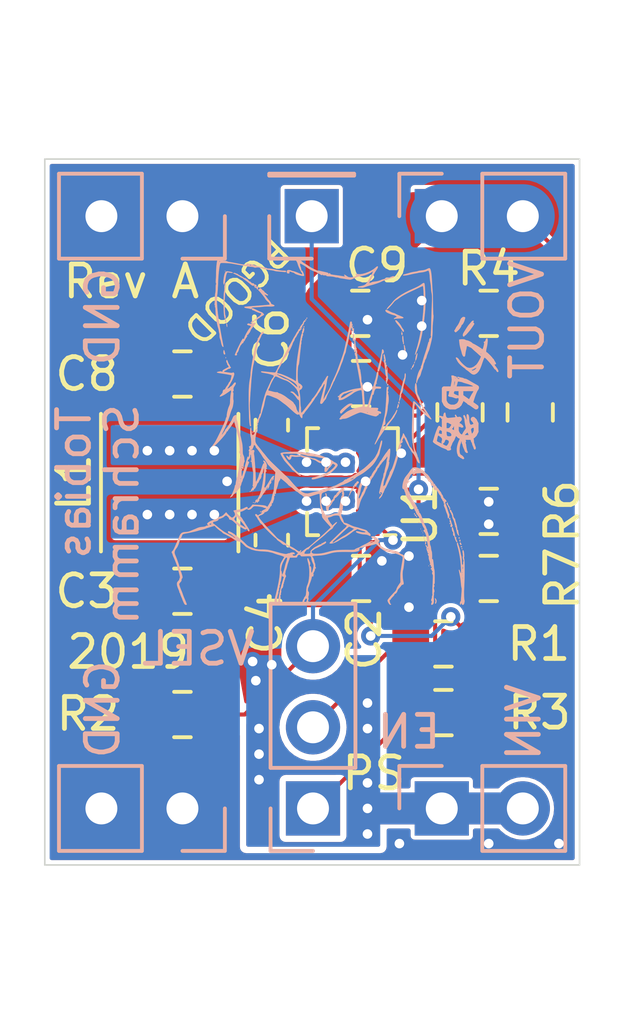
<source format=kicad_pcb>
(kicad_pcb (version 20171130) (host pcbnew 5.1.2)
  (layers (0 F.Cu signal) (31 B.Cu signal) (34 B.Paste user) (35 F.Paste user) (36 B.SilkS user) (37 F.SilkS user) (38 B.Mask user) (39 F.Mask user) (44 Edge.Cuts user))
  (net 0 "")
  (net 1 GND)
  (net 2 /VIN)
  (net 3 "Net-(C5-Pad2)")
  (net 4 /VOUT)
  (net 5 /VSEL)
  (net 6 /EN)
  (net 7 /PS)
  (net 8 "Net-(J4-Pad1)")
  (net 9 "Net-(L1-Pad2)")
  (net 10 "Net-(L1-Pad1)")
  (net 11 "Net-(R4-Pad2)")
  (net 12 /FB)
  (module tps63070:catboy (layer B.Cu) (at 29.184 28.54 180)
    (fp_text reference G*** hide)
    (fp_text value LOGO hide)
  )
  (module tps63070:VQFN-HR-15 (layer F.Cu) (at 29.714 30.41 180)
    (fp_text reference U1 (at -2.12 -1.03 90) (layer F.SilkS))
    (fp_text value tps63070)
    (pad 3 smd roundrect (at -1.15 0.25 270) (size 0.25 0.6) (layers F.Cu F.Paste F.Mask) (roundrect_rratio 0.1) (net 3 "Net-(C5-Pad2)"))
    (pad 4 smd roundrect (at -1.15 0.75 270) (size 0.25 0.6) (layers F.Cu F.Paste F.Mask) (roundrect_rratio 0.1) (net 1 GND))
    (pad 2 smd roundrect (at -1.15 -0.25 90) (size 0.25 0.6) (layers F.Cu F.Paste F.Mask) (roundrect_rratio 0.1) (net 8 "Net-(J4-Pad1)"))
    (pad 1 smd roundrect (at -1.15 -0.75 90) (size 0.25 0.6) (layers F.Cu F.Paste F.Mask) (roundrect_rratio 0.1) (net 7 /PS))
    (pad 6 smd roundrect (at -0.225 1.4 180) (size 0.25 0.6) (layers F.Cu F.Paste F.Mask) (roundrect_rratio 0.1) (net 11 "Net-(R4-Pad2)"))
    (pad 5 smd roundrect (at -0.725 1.4 180) (size 0.25 0.6) (layers F.Cu F.Paste F.Mask) (roundrect_rratio 0.1) (net 12 /FB))
    (pad 14 smd roundrect (at -0.225 -1.4) (size 0.25 0.6) (layers F.Cu F.Paste F.Mask) (roundrect_rratio 0.1) (net 6 /EN))
    (pad 15 smd roundrect (at -0.725 -1.4) (size 0.25 0.6) (layers F.Cu F.Paste F.Mask) (roundrect_rratio 0.1) (net 5 /VSEL))
    (pad 7 smd roundrect (at 0.525 1.4) (size 0.85 0.7) (layers F.Cu) (roundrect_rratio 0.1) (net 4 /VOUT))
    (pad 12 smd roundrect (at 0.525 -1.4 180) (size 0.85 0.7) (layers F.Cu) (roundrect_rratio 0.1) (net 2 /VIN))
    (pad 9 smd roundrect (at 0.775 0.5 180) (size 1.45 0.35) (layers F.Cu) (roundrect_rratio 0.1) (net 9 "Net-(L1-Pad2)"))
    (pad 11 smd roundrect (at 0.775 -0.5 180) (size 1.45 0.35) (layers F.Cu) (roundrect_rratio 0.1) (net 10 "Net-(L1-Pad1)"))
    (pad 10 smd roundrect (at 0.6 0 180) (size 1.8 0.35) (layers F.Cu) (roundrect_rratio 0.1) (net 1 GND))
  )
  (module Resistor_SMD:R_0805_2012Metric_Pad1.15x1.40mm_HandSolder (layer F.Cu) (at 33.984 33.44 180)
    (fp_text reference R7 (at -2.3 0 90) (layer F.SilkS))
    (fp_text value R)
    (pad 2 smd roundrect (at 1.025 0 180) (size 1.15 1.4) (layers F.Cu F.Paste F.Mask) (roundrect_rratio 0.217391) (net 8 "Net-(J4-Pad1)"))
    (pad 1 smd roundrect (at -1.025 0 180) (size 1.15 1.4) (layers F.Cu F.Paste F.Mask) (roundrect_rratio 0.217391) (net 4 /VOUT))
  )
  (module Resistor_SMD:R_0805_2012Metric_Pad1.15x1.40mm_HandSolder (layer F.Cu) (at 33.984 31.34)
    (fp_text reference R6 (at 2.3 0 90) (layer F.SilkS))
    (fp_text value R)
    (pad 2 smd roundrect (at 1.025 0) (size 1.15 1.4) (layers F.Cu F.Paste F.Mask) (roundrect_rratio 0.217391) (net 1 GND))
    (pad 1 smd roundrect (at -1.025 0) (size 1.15 1.4) (layers F.Cu F.Paste F.Mask) (roundrect_rratio 0.217391) (net 12 /FB))
  )
  (module Resistor_SMD:R_0805_2012Metric_Pad1.15x1.40mm_HandSolder (layer F.Cu) (at 35.284 28.24 90)
    (fp_text reference R5 (at 0 -2.15 90) (layer B.SilkS) (effects (justify mirror)))
    (fp_text value R)
    (pad 2 smd roundrect (at 1.025 0 90) (size 1.15 1.4) (layers F.Cu F.Paste F.Mask) (roundrect_rratio 0.217391) (net 12 /FB))
    (pad 1 smd roundrect (at -1.025 0 90) (size 1.15 1.4) (layers F.Cu F.Paste F.Mask) (roundrect_rratio 0.217391) (net 4 /VOUT))
  )
  (module Resistor_SMD:R_0805_2012Metric_Pad1.15x1.40mm_HandSolder (layer F.Cu) (at 33.984 25.14 180)
    (fp_text reference R4 (at 0 1.4) (layer F.SilkS))
    (fp_text value R)
    (pad 2 smd roundrect (at 1.025 0 180) (size 1.15 1.4) (layers F.Cu F.Paste F.Mask) (roundrect_rratio 0.217391) (net 11 "Net-(R4-Pad2)"))
    (pad 1 smd roundrect (at -1.025 0 180) (size 1.15 1.4) (layers F.Cu F.Paste F.Mask) (roundrect_rratio 0.217391) (net 12 /FB))
  )
  (module Resistor_SMD:R_0805_2012Metric_Pad1.15x1.40mm_HandSolder (layer F.Cu) (at 32.564 37.64 180)
    (fp_text reference R3 (at -3.01 0) (layer F.SilkS))
    (fp_text value R)
    (pad 2 smd roundrect (at 1.025 0 180) (size 1.15 1.4) (layers F.Cu F.Paste F.Mask) (roundrect_rratio 0.217391) (net 7 /PS))
    (pad 1 smd roundrect (at -1.025 0 180) (size 1.15 1.4) (layers F.Cu F.Paste F.Mask) (roundrect_rratio 0.217391) (net 2 /VIN))
  )
  (module Resistor_SMD:R_0805_2012Metric_Pad1.15x1.40mm_HandSolder (layer F.Cu) (at 24.384 37.7 180)
    (fp_text reference R2 (at 2.96 0.02) (layer F.SilkS))
    (fp_text value R)
    (pad 2 smd roundrect (at 1.025 0 180) (size 1.15 1.4) (layers F.Cu F.Paste F.Mask) (roundrect_rratio 0.217391) (net 1 GND))
    (pad 1 smd roundrect (at -1.025 0 180) (size 1.15 1.4) (layers F.Cu F.Paste F.Mask) (roundrect_rratio 0.217391) (net 5 /VSEL))
  )
  (module Resistor_SMD:R_0805_2012Metric_Pad1.15x1.40mm_HandSolder (layer F.Cu) (at 32.564 35.49 180)
    (fp_text reference R1 (at -2.99 0) (layer F.SilkS))
    (fp_text value R)
    (pad 2 smd roundrect (at 1.025 0 180) (size 1.15 1.4) (layers F.Cu F.Paste F.Mask) (roundrect_rratio 0.217391) (net 6 /EN))
    (pad 1 smd roundrect (at -1.025 0 180) (size 1.15 1.4) (layers F.Cu F.Paste F.Mask) (roundrect_rratio 0.217391) (net 2 /VIN))
  )
  (module Inductor_SMD:L_Coilcraft_XxL4020 (layer F.Cu) (at 23.984 30.44 90)
    (fp_text reference L1 (at 0 -3 90) (layer F.SilkS))
    (fp_text value L)
    (pad 2 smd rect (at 1.185 0 90) (size 0.98 3.4) (layers F.Cu F.Paste F.Mask) (net 9 "Net-(L1-Pad2)"))
    (pad 1 smd rect (at -1.185 0 90) (size 0.98 3.4) (layers F.Cu F.Paste F.Mask) (net 10 "Net-(L1-Pad1)"))
  )
  (module Connector_PinHeader_2.54mm:PinHeader_1x02_P2.54mm_Vertical (layer B.Cu) (at 24.384 22.098 90)
    (fp_text reference J6 hide)
    (fp_text value Conn_01x02_Male)
    (pad 2 thru_hole oval (at 0 -2.54 90) (size 1.7 1.7) (drill 1) (layers *.Cu *.Mask) (net 1 GND))
    (pad 1 thru_hole rect (at 0 0 90) (size 1.7 1.7) (drill 1) (layers *.Cu *.Mask) (net 1 GND))
  )
  (module Connector_PinHeader_2.54mm:PinHeader_1x02_P2.54mm_Vertical (layer B.Cu) (at 32.512 22.098 270)
    (fp_text reference J5 hide)
    (fp_text value Conn_01x02_Male)
    (pad 2 thru_hole oval (at 0 -2.54 270) (size 1.7 1.7) (drill 1) (layers *.Cu *.Mask) (net 4 /VOUT))
    (pad 1 thru_hole rect (at 0 0 270) (size 1.7 1.7) (drill 1) (layers *.Cu *.Mask) (net 4 /VOUT))
  )
  (module Connector_PinHeader_2.54mm:PinHeader_1x01_P2.54mm_Vertical (layer B.Cu) (at 28.435 22.098)
    (fp_text reference J4 hide)
    (fp_text value Conn_01x01_Male)
    (pad 1 thru_hole rect (at 0 0) (size 1.7 1.7) (drill 1) (layers *.Cu *.Mask) (net 8 "Net-(J4-Pad1)"))
  )
  (module Connector_PinHeader_2.54mm:PinHeader_1x03_P2.54mm_Vertical (layer B.Cu) (at 28.476 40.64)
    (fp_text reference J3 hide)
    (fp_text value Conn_01x03_Male)
    (pad 3 thru_hole oval (at 0 -5.08) (size 1.7 1.7) (drill 1) (layers *.Cu *.Mask) (net 5 /VSEL))
    (pad 2 thru_hole oval (at 0 -2.54) (size 1.7 1.7) (drill 1) (layers *.Cu *.Mask) (net 6 /EN))
    (pad 1 thru_hole rect (at 0 0) (size 1.7 1.7) (drill 1) (layers *.Cu *.Mask) (net 7 /PS))
  )
  (module Connector_PinHeader_2.54mm:PinHeader_1x02_P2.54mm_Vertical (layer B.Cu) (at 24.384 40.64 90)
    (fp_text reference J2 hide)
    (fp_text value Conn_01x02_Male)
    (pad 2 thru_hole oval (at 0 -2.54 90) (size 1.7 1.7) (drill 1) (layers *.Cu *.Mask) (net 1 GND))
    (pad 1 thru_hole rect (at 0 0 90) (size 1.7 1.7) (drill 1) (layers *.Cu *.Mask) (net 1 GND))
  )
  (module Connector_PinHeader_2.54mm:PinHeader_1x02_P2.54mm_Vertical (layer B.Cu) (at 32.512 40.64 270)
    (fp_text reference J1 hide)
    (fp_text value Conn_01x02_Male)
    (pad 2 thru_hole oval (at 0 -2.54 270) (size 1.7 1.7) (drill 1) (layers *.Cu *.Mask) (net 2 /VIN))
    (pad 1 thru_hole rect (at 0 0 270) (size 1.7 1.7) (drill 1) (layers *.Cu *.Mask) (net 2 /VIN))
  )
  (module Capacitor_SMD:C_0805_2012Metric_Pad1.15x1.40mm_HandSolder (layer F.Cu) (at 29.959 25.14)
    (fp_text reference C9 (at 0.525 -1.5) (layer F.SilkS))
    (fp_text value C)
    (pad 2 smd roundrect (at 1.025 0) (size 1.15 1.4) (layers F.Cu F.Paste F.Mask) (roundrect_rratio 0.217391) (net 1 GND))
    (pad 1 smd roundrect (at -1.025 0) (size 1.15 1.4) (layers F.Cu F.Paste F.Mask) (roundrect_rratio 0.217391) (net 4 /VOUT))
  )
  (module Capacitor_SMD:C_0805_2012Metric_Pad1.15x1.40mm_HandSolder (layer F.Cu) (at 24.384 27.04 180)
    (fp_text reference C8 (at 3 0) (layer F.SilkS))
    (fp_text value C)
    (pad 2 smd roundrect (at 1.025 0 180) (size 1.15 1.4) (layers F.Cu F.Paste F.Mask) (roundrect_rratio 0.217391) (net 1 GND))
    (pad 1 smd roundrect (at -1.025 0 180) (size 1.15 1.4) (layers F.Cu F.Paste F.Mask) (roundrect_rratio 0.217391) (net 4 /VOUT))
  )
  (module Capacitor_SMD:C_0805_2012Metric_Pad1.15x1.40mm_HandSolder (layer F.Cu) (at 29.984 27.34)
    (fp_text reference C7 hide)
    (fp_text value C)
    (pad 2 smd roundrect (at 1.025 0) (size 1.15 1.4) (layers F.Cu F.Paste F.Mask) (roundrect_rratio 0.217391) (net 1 GND))
    (pad 1 smd roundrect (at -1.025 0) (size 1.15 1.4) (layers F.Cu F.Paste F.Mask) (roundrect_rratio 0.217391) (net 4 /VOUT))
  )
  (module Capacitor_SMD:C_0603_1608Metric_Pad1.05x0.95mm_HandSolder (layer F.Cu) (at 27.184 28.64 270)
    (fp_text reference C6 (at -2.7 0 90) (layer F.SilkS))
    (fp_text value C)
    (pad 2 smd roundrect (at 0.875 0 270) (size 1.05 0.95) (layers F.Cu F.Paste F.Mask) (net 1 GND))
    (pad 1 smd roundrect (at -0.875 0 270) (size 1.05 0.95) (layers F.Cu F.Paste F.Mask) (net 4 /VOUT))
  )
  (module Capacitor_SMD:C_0805_2012Metric_Pad1.15x1.40mm_HandSolder (layer F.Cu) (at 33.084 28.24 270)
    (fp_text reference C5 hide)
    (fp_text value C)
    (pad 2 smd roundrect (at 1.025 0 270) (size 1.15 1.4) (layers F.Cu F.Paste F.Mask) (roundrect_rratio 0.217391) (net 3 "Net-(C5-Pad2)"))
    (pad 1 smd roundrect (at -1.025 0 270) (size 1.15 1.4) (layers F.Cu F.Paste F.Mask) (roundrect_rratio 0.217391) (net 1 GND))
  )
  (module Capacitor_SMD:C_0603_1608Metric_Pad1.05x0.95mm_HandSolder (layer F.Cu) (at 27.184 32.24 90)
    (fp_text reference C4 (at -2.6 -0.2 90) (layer F.SilkS))
    (fp_text value C)
    (pad 2 smd roundrect (at 0.875 0 90) (size 1.05 0.95) (layers F.Cu F.Paste F.Mask) (net 1 GND))
    (pad 1 smd roundrect (at -0.875 0 90) (size 1.05 0.95) (layers F.Cu F.Paste F.Mask) (net 2 /VIN))
  )
  (module Capacitor_SMD:C_0805_2012Metric_Pad1.15x1.40mm_HandSolder (layer F.Cu) (at 24.384 33.84 180)
    (fp_text reference C3 (at 3 0) (layer F.SilkS))
    (fp_text value C)
    (pad 2 smd roundrect (at 1.025 0 180) (size 1.15 1.4) (layers F.Cu F.Paste F.Mask) (roundrect_rratio 0.217391) (net 1 GND))
    (pad 1 smd roundrect (at -1.025 0 180) (size 1.15 1.4) (layers F.Cu F.Paste F.Mask) (roundrect_rratio 0.217391) (net 2 /VIN))
  )
  (module Capacitor_SMD:C_0805_2012Metric_Pad1.15x1.40mm_HandSolder (layer F.Cu) (at 29.984 33.44)
    (fp_text reference C2 (at 0.1 1.9 90) (layer F.SilkS))
    (fp_text value C)
    (pad 2 smd roundrect (at 1.025 0) (size 1.15 1.4) (layers F.Cu F.Paste F.Mask) (roundrect_rratio 0.217391) (net 1 GND))
    (pad 1 smd roundrect (at -1.025 0) (size 1.15 1.4) (layers F.Cu F.Paste F.Mask) (roundrect_rratio 0.217391) (net 2 /VIN))
  )
  (gr_text 2019 (at 22.684 35.74) (layer F.SilkS) (effects (font (size 1 1))))
  (gr_text "Rev A" (at 22.784 24.14) (layer F.SilkS) (effects (font (size 1 1))))
  (gr_text Schramm (at 22.484 31.44 90) (layer B.SilkS) (effects (font (size 1 1)) (justify mirror)))
  (gr_text Tobias (at 20.984 30.44 90) (layer B.SilkS) (effects (font (size 1 1)) (justify mirror)))
  (gr_text VSEL (at 24.884 35.64) (layer B.SilkS) (effects (font (size 1 1)) (justify mirror)))
  (gr_text EN (at 31.484 38.24) (layer B.SilkS) (effects (font (size 1 1)) (justify mirror)))
  (gr_text PS (at 30.384 39.54) (layer F.SilkS) (effects (font (size 1 1))))
  (gr_text PGOOD (at 26.084 24.44 225) (layer F.SilkS) (effects (font (size 0.8 0.8) (thickness 0.12))))
  (gr_text VIN (at 35.084 37.94 90) (layer B.SilkS) (effects (font (size 1 1)) (justify mirror)))
  (gr_text GND (at 21.884 37.54 90) (layer B.SilkS) (effects (font (size 1 1)) (justify mirror)))
  (gr_text VOUT (at 35.184 25.34 90) (layer B.SilkS) (effects (font (size 1 1)) (justify mirror)))
  (gr_text GND (at 21.884 25.24 90) (layer B.SilkS) (effects (font (size 1 1)) (justify mirror)))
  (gr_line (start 36.83 20.31) (end 20.07 20.31) (layer Edge.Cuts) (width 0.05))
  (gr_line (start 36.83 42.41) (end 36.83 20.31) (layer Edge.Cuts) (width 0.05))
  (gr_line (start 20.07 42.41) (end 36.83 42.41) (layer Edge.Cuts) (width 0.05))
  (gr_line (start 20.07 20.31) (end 20.07 42.41) (layer Edge.Cuts) (width 0.05))
  (via (at 31.884 24.74) (size 0.6) (drill 0.3) (layers F.Cu B.Cu) (net 1))
  (via (at 31.884 25.54) (size 0.6) (drill 0.3) (layers F.Cu B.Cu) (net 1))
  (via (at 30.634 32.89) (size 0.6) (drill 0.3) (layers F.Cu B.Cu) (net 1))
  (via (at 31.244 29.52) (size 0.6) (drill 0.3) (layers F.Cu B.Cu) (net 1))
  (via (at 33.984 31.04) (size 0.6) (drill 0.3) (layers F.Cu B.Cu) (net 1))
  (via (at 33.984 31.74) (size 0.6) (drill 0.3) (layers F.Cu B.Cu) (net 1))
  (via (at 30.184 25.34) (size 0.6) (drill 0.3) (layers F.Cu B.Cu) (net 1))
  (via (at 30.184 27.44) (size 0.6) (drill 0.3) (layers F.Cu B.Cu) (net 1))
  (via (at 31.284 26.44) (size 0.6) (drill 0.3) (layers F.Cu B.Cu) (net 1))
  (via (at 25.784 30.4) (size 0.6) (drill 0.3) (layers F.Cu B.Cu) (net 1))
  (via (at 30.124 30.4) (size 0.6) (drill 0.3) (layers F.Cu B.Cu) (net 1))
  (via (at 31.484 34.34) (size 0.6) (drill 0.3) (layers F.Cu B.Cu) (net 1))
  (via (at 31.484 32.74) (size 0.6) (drill 0.3) (layers F.Cu B.Cu) (net 1))
  (via (at 31.184 41.74) (size 0.6) (drill 0.3) (layers F.Cu B.Cu) (net 1))
  (via (at 36.184 41.74) (size 0.6) (drill 0.3) (layers F.Cu B.Cu) (net 1))
  (via (at 33.984 41.74) (size 0.6) (drill 0.3) (layers F.Cu B.Cu) (net 1))
  (via (at 30.184 37.34) (size 0.6) (drill 0.3) (layers F.Cu B.Cu) (net 2))
  (via (at 30.184 38.14) (size 0.6) (drill 0.3) (layers F.Cu B.Cu) (net 2))
  (via (at 30.184 39.84) (size 0.6) (drill 0.3) (layers F.Cu B.Cu) (net 2))
  (via (at 30.184 40.64) (size 0.6) (drill 0.3) (layers F.Cu B.Cu) (net 2))
  (via (at 30.184 41.44) (size 0.6) (drill 0.3) (layers F.Cu B.Cu) (net 2))
  (segment (start 32.512 40.64) (end 32.512 40.638) (width 1) (layer B.Cu) (net 2))
  (via (at 30.284 35.24) (size 0.6) (drill 0.3) (layers F.Cu B.Cu) (net 2))
  (segment (start 28.959 33.44) (end 30.284 34.765) (width 0.127) (layer F.Cu) (net 2))
  (segment (start 30.284 34.765) (end 30.284 35.24) (width 0.127) (layer F.Cu) (net 2))
  (segment (start 33.839 35.24) (end 33.589 35.49) (width 0.127) (layer F.Cu) (net 2))
  (via (at 26.784 38.14) (size 0.6) (drill 0.3) (layers F.Cu B.Cu) (net 2))
  (via (at 26.784 38.94) (size 0.6) (drill 0.3) (layers F.Cu B.Cu) (net 2))
  (via (at 26.784 39.74) (size 0.6) (drill 0.3) (layers F.Cu B.Cu) (net 2))
  (via (at 27.184 36.14) (size 0.6) (drill 0.3) (layers F.Cu B.Cu) (net 2))
  (via (at 26.684 36.64) (size 0.6) (drill 0.3) (layers F.Cu B.Cu) (net 2))
  (via (at 26.584 36.04) (size 0.6) (drill 0.3) (layers F.Cu B.Cu) (net 2))
  (segment (start 33.589 35.49) (end 33.589 37.64) (width 0.127) (layer F.Cu) (net 2))
  (via (at 32.794562 34.639549) (size 0.6) (drill 0.3) (layers F.Cu B.Cu) (net 2))
  (segment (start 30.284 35.24) (end 32.194111 35.24) (width 0.127) (layer B.Cu) (net 2))
  (segment (start 32.194111 35.24) (end 32.794562 34.639549) (width 0.127) (layer B.Cu) (net 2))
  (segment (start 33.589 35.433987) (end 32.794562 34.639549) (width 0.127) (layer F.Cu) (net 2))
  (segment (start 33.589 35.49) (end 33.589 35.433987) (width 0.127) (layer F.Cu) (net 2))
  (segment (start 35.052 40.64) (end 32.512 40.64) (width 1) (layer B.Cu) (net 2))
  (segment (start 32.512 40.64) (end 30.184 40.64) (width 1) (layer B.Cu) (net 2))
  (segment (start 35.052 40.64) (end 32.512 40.64) (width 1) (layer F.Cu) (net 2))
  (segment (start 32.512 40.64) (end 30.184 40.64) (width 1) (layer F.Cu) (net 2))
  (segment (start 32.189 30.16) (end 33.084 29.265) (width 0.127) (layer F.Cu) (net 3))
  (segment (start 30.864 30.16) (end 32.189 30.16) (width 0.127) (layer F.Cu) (net 3))
  (segment (start 35.907372 29.888372) (end 35.284 29.265) (width 0.127) (layer F.Cu) (net 4))
  (segment (start 36.184 30.165) (end 35.907372 29.888372) (width 0.127) (layer F.Cu) (net 4))
  (segment (start 36.184 32.265) (end 36.184 30.165) (width 0.127) (layer F.Cu) (net 4))
  (segment (start 35.009 33.44) (end 36.184 32.265) (width 0.127) (layer F.Cu) (net 4))
  (segment (start 35.284 29.265) (end 36.294 28.255) (width 0.127) (layer F.Cu) (net 4))
  (segment (start 36.294 23.34) (end 35.052 22.098) (width 0.127) (layer F.Cu) (net 4))
  (segment (start 36.294 28.255) (end 36.294 23.34) (width 0.127) (layer F.Cu) (net 4))
  (segment (start 32.512 22.098) (end 35.052 22.098) (width 2) (layer B.Cu) (net 4))
  (segment (start 28.934 24.821166) (end 31.657166 22.098) (width 1.5) (layer F.Cu) (net 4))
  (segment (start 31.657166 22.098) (end 32.512 22.098) (width 1.5) (layer F.Cu) (net 4))
  (segment (start 28.934 25.14) (end 28.934 24.821166) (width 1.5) (layer F.Cu) (net 4))
  (segment (start 35.052 22.098) (end 32.512 22.098) (width 1.5) (layer F.Cu) (net 4))
  (via (at 30.984 32.24) (size 0.6) (drill 0.3) (layers F.Cu B.Cu) (net 5))
  (segment (start 30.439 31.81) (end 30.554 31.81) (width 0.127) (layer F.Cu) (net 5))
  (segment (start 30.554 31.81) (end 30.984 32.24) (width 0.127) (layer F.Cu) (net 5))
  (segment (start 28.476 34.323736) (end 28.476 34.357919) (width 0.127) (layer B.Cu) (net 5))
  (segment (start 28.476 34.357919) (end 28.476 35.56) (width 0.127) (layer B.Cu) (net 5))
  (segment (start 30.559736 32.24) (end 28.476 34.323736) (width 0.127) (layer B.Cu) (net 5))
  (segment (start 30.984 32.24) (end 30.559736 32.24) (width 0.127) (layer B.Cu) (net 5))
  (segment (start 26.336 37.7) (end 25.409 37.7) (width 0.127) (layer F.Cu) (net 5))
  (segment (start 28.476 35.56) (end 26.336 37.7) (width 0.127) (layer F.Cu) (net 5))
  (segment (start 29.939 33.89) (end 29.939 31.81) (width 0.127) (layer F.Cu) (net 6))
  (segment (start 31.539 35.49) (end 29.939 33.89) (width 0.127) (layer F.Cu) (net 6))
  (segment (start 31.086 35.49) (end 31.539 35.49) (width 0.127) (layer F.Cu) (net 6))
  (segment (start 28.476 38.1) (end 31.086 35.49) (width 0.127) (layer F.Cu) (net 6))
  (segment (start 32.30451 37.54949) (end 32.30451 34.66051) (width 0.127) (layer F.Cu) (net 7))
  (segment (start 31.539 37.64) (end 32.214 37.64) (width 0.127) (layer F.Cu) (net 7))
  (segment (start 32.214 37.64) (end 32.30451 37.54949) (width 0.127) (layer F.Cu) (net 7))
  (segment (start 32.30451 34.66051) (end 31.984 34.34) (width 0.127) (layer F.Cu) (net 7))
  (segment (start 31.984 32.28) (end 30.864 31.16) (width 0.127) (layer F.Cu) (net 7))
  (segment (start 31.984 34.34) (end 31.984 32.28) (width 0.127) (layer F.Cu) (net 7))
  (segment (start 28.539 40.64) (end 28.476 40.64) (width 0.127) (layer F.Cu) (net 7))
  (segment (start 31.539 37.64) (end 28.539 40.64) (width 0.127) (layer F.Cu) (net 7))
  (segment (start 31.7745 30.66) (end 31.784 30.6505) (width 0.127) (layer F.Cu) (net 8))
  (via (at 31.784 30.6505) (size 0.6) (drill 0.3) (layers F.Cu B.Cu) (net 8))
  (segment (start 30.864 30.66) (end 31.7745 30.66) (width 0.127) (layer F.Cu) (net 8))
  (segment (start 28.435 24.691) (end 28.435 22.098) (width 0.127) (layer B.Cu) (net 8))
  (segment (start 31.784 30.6505) (end 31.784 28.04) (width 0.127) (layer B.Cu) (net 8))
  (segment (start 31.784 28.04) (end 28.435 24.691) (width 0.127) (layer B.Cu) (net 8))
  (segment (start 31.784 31.720776) (end 31.784 31.074764) (width 0.127) (layer F.Cu) (net 8))
  (segment (start 32.335628 32.272404) (end 31.784 31.720776) (width 0.127) (layer F.Cu) (net 8))
  (segment (start 32.335628 32.816628) (end 32.335628 32.272404) (width 0.127) (layer F.Cu) (net 8))
  (segment (start 31.784 31.074764) (end 31.784 30.6505) (width 0.127) (layer F.Cu) (net 8))
  (segment (start 32.959 33.44) (end 32.335628 32.816628) (width 0.127) (layer F.Cu) (net 8))
  (via (at 23.284 29.44) (size 0.6) (drill 0.3) (layers F.Cu B.Cu) (net 9))
  (via (at 23.984 29.44) (size 0.6) (drill 0.3) (layers F.Cu B.Cu) (net 9))
  (via (at 24.684 29.44) (size 0.6) (drill 0.3) (layers F.Cu B.Cu) (net 9))
  (via (at 25.384 29.44) (size 0.6) (drill 0.3) (layers F.Cu B.Cu) (net 9))
  (via (at 28.884 29.8) (size 0.6) (drill 0.3) (layers F.Cu B.Cu) (net 9))
  (via (at 28.274 29.8) (size 0.6) (drill 0.3) (layers F.Cu B.Cu) (net 9))
  (via (at 29.494 29.8) (size 0.6) (drill 0.3) (layers F.Cu B.Cu) (net 9))
  (via (at 23.284 31.44) (size 0.6) (drill 0.3) (layers F.Cu B.Cu) (net 10))
  (via (at 23.984 31.44) (size 0.6) (drill 0.3) (layers F.Cu B.Cu) (net 10))
  (via (at 24.684 31.44) (size 0.6) (drill 0.3) (layers F.Cu B.Cu) (net 10))
  (via (at 25.384 31.44) (size 0.6) (drill 0.3) (layers F.Cu B.Cu) (net 10))
  (via (at 28.274 31.02) (size 0.6) (drill 0.3) (layers F.Cu B.Cu) (net 10))
  (via (at 28.884 31.02) (size 0.6) (drill 0.3) (layers F.Cu B.Cu) (net 10))
  (via (at 29.494 31.02) (size 0.6) (drill 0.3) (layers F.Cu B.Cu) (net 10))
  (segment (start 34.184 26.365) (end 32.959 25.14) (width 0.127) (layer F.Cu) (net 11))
  (segment (start 34.184 27.54) (end 34.184 26.365) (width 0.127) (layer F.Cu) (net 11))
  (segment (start 29.939 28.61) (end 30.209 28.34) (width 0.127) (layer F.Cu) (net 11))
  (segment (start 33.74349 27.98051) (end 34.184 27.54) (width 0.127) (layer F.Cu) (net 11))
  (segment (start 29.939 29.01) (end 29.939 28.61) (width 0.127) (layer F.Cu) (net 11))
  (segment (start 30.209 28.34) (end 31.784 28.34) (width 0.127) (layer F.Cu) (net 11))
  (segment (start 32.14349 27.98051) (end 33.74349 27.98051) (width 0.127) (layer F.Cu) (net 11))
  (segment (start 31.784 28.34) (end 32.14349 27.98051) (width 0.127) (layer F.Cu) (net 11))
  (segment (start 35.284 27.215) (end 34.159 28.34) (width 0.127) (layer F.Cu) (net 12))
  (segment (start 34.159 28.34) (end 32.284 28.34) (width 0.127) (layer F.Cu) (net 12))
  (segment (start 31.614 29.01) (end 30.439 29.01) (width 0.127) (layer F.Cu) (net 12))
  (segment (start 32.284 28.34) (end 31.614 29.01) (width 0.127) (layer F.Cu) (net 12))
  (segment (start 34.159 30.14) (end 34.159 28.34) (width 0.127) (layer F.Cu) (net 12))
  (segment (start 32.959 31.34) (end 34.159 30.14) (width 0.127) (layer F.Cu) (net 12))
  (segment (start 35.009 26.94) (end 35.284 27.215) (width 0.127) (layer F.Cu) (net 12))
  (segment (start 35.009 25.14) (end 35.009 26.94) (width 0.127) (layer F.Cu) (net 12))
  (zone (net 9) (net_name "Net-(L1-Pad2)") (layer B.Cu) (priority 50) (connect_pads yes (clearance 0.127)) (min_thickness 0.127) (fill yes (arc_segments 32) (thermal_gap 0.508) (thermal_bridge_width 0.508))
    (polygon (pts (xy 22.134 28.64) (xy 25.834 28.64) (xy 28.084 29.59) (xy 29.784 29.59) (xy 29.784 30.14) (xy 28.084 30.14) (xy 25.834 29.89) (xy 22.134 29.89)))
  )
  (zone (net 10) (net_name "Net-(L1-Pad1)") (layer B.Cu) (priority 50) (connect_pads yes (clearance 0.127)) (min_thickness 0.127) (fill yes (arc_segments 32) (thermal_gap 0.508) (thermal_bridge_width 0.508))
    (polygon (pts (xy 22.134 32.19) (xy 25.834 32.19) (xy 28.084 31.24) (xy 29.784 31.24) (xy 29.784 30.69) (xy 28.084 30.69) (xy 25.834 30.94) (xy 22.134 30.94)))
  )
  (zone (net 1) (net_name GND) (layer F.Cu) (priority 50) (connect_pads yes (clearance 0.127)) (min_thickness 0.127) (fill yes (arc_segments 32) (thermal_gap 0.508) (thermal_bridge_width 0.508))
    (polygon (pts (xy 26.584 28.84) (xy 27.784 28.84) (xy 27.784 29.94) (xy 28.084 30.14) (xy 30.084 30.14) (xy 30.084 30.64) (xy 28.084 30.64) (xy 27.784 30.94) (xy 27.784 32.04) (xy 26.584 32.04)))
  )
  (zone (net 4) (net_name /VOUT) (layer F.Cu) (priority 25) (connect_pads yes (clearance 0.127)) (min_thickness 0.127) (fill yes (arc_segments 32) (thermal_gap 0.508) (thermal_bridge_width 0.508))
    (polygon (pts (xy 29.684 29.44) (xy 29.684 24.34) (xy 28.354 24.34) (xy 27.484 25.74) (xy 26.084 26.24) (xy 24.784 26.24) (xy 24.784 27.84) (xy 26.684 28.44) (xy 27.784 28.44) (xy 28.684 29.44)))
  )
  (zone (net 2) (net_name /VIN) (layer F.Cu) (priority 25) (connect_pads yes (clearance 0.127)) (min_thickness 0.127) (fill yes (arc_segments 32) (thermal_gap 0.508) (thermal_bridge_width 0.508))
    (polygon (pts (xy 29.684 31.44) (xy 29.684 34.34) (xy 28.284 34.34) (xy 27.484 35.14) (xy 27.484 36.54) (xy 26.384 37.64) (xy 25.984 35.44) (xy 24.684 34.64) (xy 24.684 32.94) (xy 26.084 32.94) (xy 26.784 32.44) (xy 27.784 32.44) (xy 28.784 31.44)))
  )
  (zone (net 1) (net_name GND) (layer F.Cu) (connect_pads yes (clearance 0.127)) (min_thickness 0.127) (fill yes (arc_segments 32) (thermal_gap 0.508) (thermal_bridge_width 0.508))
    (polygon (pts (xy 20.084 20.34) (xy 36.784 20.34) (xy 36.784 42.34) (xy 20.084 42.34)))
  )
  (zone (net 1) (net_name GND) (layer B.Cu) (connect_pads yes (clearance 0.127)) (min_thickness 0.127) (fill yes (arc_segments 32) (thermal_gap 0.508) (thermal_bridge_width 0.508))
    (polygon (pts (xy 20.084 20.34) (xy 36.784 20.34) (xy 36.784 42.34) (xy 20.084 42.34)))
  )
  (zone (net 2) (net_name /VIN) (layer B.Cu) (priority 50) (connect_pads yes (clearance 0.2)) (min_thickness 0.127) (fill yes (arc_segments 32) (thermal_gap 0.508) (thermal_bridge_width 0.508))
    (polygon (pts (xy 30.584 41.84) (xy 26.384 41.84) (xy 26.384 35.84) (xy 30.584 35.84)))
  )
  (zone (net 2) (net_name /VIN) (layer F.Cu) (priority 50) (connect_pads (clearance 0.2)) (min_thickness 0.127) (fill yes (arc_segments 32) (thermal_gap 0.508) (thermal_bridge_width 0.508))
    (polygon (pts (xy 30.584 41.84) (xy 26.384 41.84) (xy 26.384 37.74) (xy 28.184 35.94) (xy 30.584 35.94)))
  )
)
</source>
